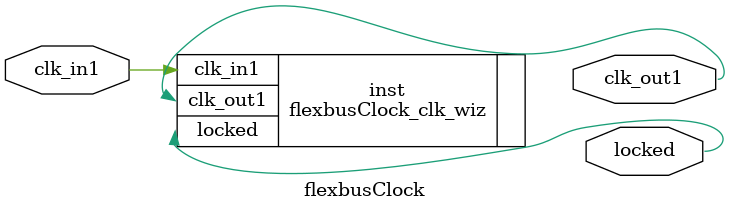
<source format=v>


`timescale 1ps/1ps

(* CORE_GENERATION_INFO = "flexbusClock,clk_wiz_v5_4_1_0,{component_name=flexbusClock,use_phase_alignment=true,use_min_o_jitter=false,use_max_i_jitter=false,use_dyn_phase_shift=false,use_inclk_switchover=false,use_dyn_reconfig=false,enable_axi=0,feedback_source=FDBK_AUTO,PRIMITIVE=MMCM,num_out_clk=1,clkin1_period=25.000,clkin2_period=10.0,use_power_down=false,use_reset=false,use_locked=true,use_inclk_stopped=false,feedback_type=SINGLE,CLOCK_MGR_TYPE=NA,manual_override=false}" *)

module flexbusClock 
 (
  // Clock out ports
  output        clk_out1,
  // Status and control signals
  output        locked,
 // Clock in ports
  input         clk_in1
 );

  flexbusClock_clk_wiz inst
  (
  // Clock out ports  
  .clk_out1(clk_out1),
  // Status and control signals               
  .locked(locked),
 // Clock in ports
  .clk_in1(clk_in1)
  );

endmodule

</source>
